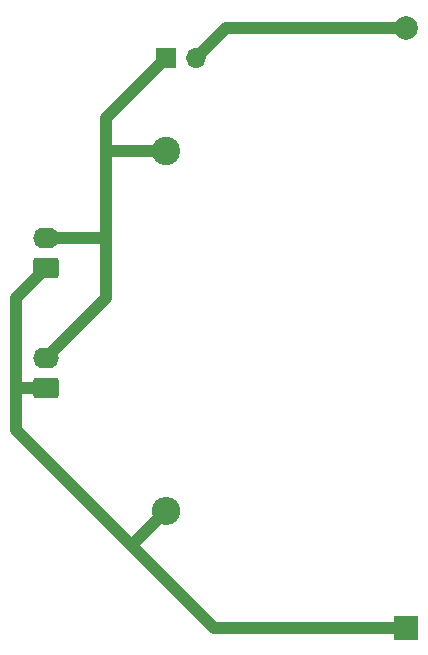
<source format=gbr>
%TF.GenerationSoftware,KiCad,Pcbnew,7.0.1-3b83917a11~172~ubuntu22.04.1*%
%TF.CreationDate,2023-04-12T15:56:53-05:00*%
%TF.ProjectId,load-resistors,6c6f6164-2d72-4657-9369-73746f72732e,rev?*%
%TF.SameCoordinates,Original*%
%TF.FileFunction,Copper,L1,Top*%
%TF.FilePolarity,Positive*%
%FSLAX46Y46*%
G04 Gerber Fmt 4.6, Leading zero omitted, Abs format (unit mm)*
G04 Created by KiCad (PCBNEW 7.0.1-3b83917a11~172~ubuntu22.04.1) date 2023-04-12 15:56:53*
%MOMM*%
%LPD*%
G01*
G04 APERTURE LIST*
G04 Aperture macros list*
%AMRoundRect*
0 Rectangle with rounded corners*
0 $1 Rounding radius*
0 $2 $3 $4 $5 $6 $7 $8 $9 X,Y pos of 4 corners*
0 Add a 4 corners polygon primitive as box body*
4,1,4,$2,$3,$4,$5,$6,$7,$8,$9,$2,$3,0*
0 Add four circle primitives for the rounded corners*
1,1,$1+$1,$2,$3*
1,1,$1+$1,$4,$5*
1,1,$1+$1,$6,$7*
1,1,$1+$1,$8,$9*
0 Add four rect primitives between the rounded corners*
20,1,$1+$1,$2,$3,$4,$5,0*
20,1,$1+$1,$4,$5,$6,$7,0*
20,1,$1+$1,$6,$7,$8,$9,0*
20,1,$1+$1,$8,$9,$2,$3,0*%
G04 Aperture macros list end*
%TA.AperFunction,ComponentPad*%
%ADD10O,1.700000X1.700000*%
%TD*%
%TA.AperFunction,ComponentPad*%
%ADD11R,1.700000X1.700000*%
%TD*%
%TA.AperFunction,ComponentPad*%
%ADD12RoundRect,0.250000X0.845000X-0.620000X0.845000X0.620000X-0.845000X0.620000X-0.845000X-0.620000X0*%
%TD*%
%TA.AperFunction,ComponentPad*%
%ADD13O,2.190000X1.740000*%
%TD*%
%TA.AperFunction,ComponentPad*%
%ADD14R,2.000000X2.000000*%
%TD*%
%TA.AperFunction,ComponentPad*%
%ADD15C,2.000000*%
%TD*%
%TA.AperFunction,ComponentPad*%
%ADD16C,2.400000*%
%TD*%
%TA.AperFunction,ComponentPad*%
%ADD17O,2.400000X2.400000*%
%TD*%
%TA.AperFunction,Conductor*%
%ADD18C,1.016000*%
%TD*%
G04 APERTURE END LIST*
D10*
%TO.P,JP1,2,B*%
%TO.N,Net-(JP1-B)*%
X182880000Y-68580000D03*
D11*
%TO.P,JP1,1,A*%
%TO.N,/a*%
X180340000Y-68580000D03*
%TD*%
D12*
%TO.P,J2,1,Pin_1*%
%TO.N,/b*%
X170180000Y-96520000D03*
D13*
%TO.P,J2,2,Pin_2*%
%TO.N,/a*%
X170180000Y-93980000D03*
%TD*%
D12*
%TO.P,J1,1,Pin_1*%
%TO.N,/b*%
X170180000Y-86360000D03*
D13*
%TO.P,J1,2,Pin_2*%
%TO.N,/a*%
X170180000Y-83820000D03*
%TD*%
D14*
%TO.P,R2,1,1*%
%TO.N,/b*%
X200660000Y-116840000D03*
D15*
%TO.P,R2,2,2*%
%TO.N,Net-(JP1-B)*%
X200660000Y-66040000D03*
%TD*%
D16*
%TO.P,R1,1*%
%TO.N,/a*%
X180340000Y-76449000D03*
D17*
%TO.P,R1,2*%
%TO.N,/b*%
X180340000Y-106929000D03*
%TD*%
D18*
%TO.N,/b*%
X167640000Y-96520000D02*
X167640000Y-88900000D01*
X167640000Y-100076000D02*
X167640000Y-96520000D01*
X167640000Y-96520000D02*
X170180000Y-96520000D01*
X177546000Y-109982000D02*
X167640000Y-100076000D01*
X167640000Y-88900000D02*
X170180000Y-86360000D01*
%TO.N,/a*%
X175260000Y-83820000D02*
X175260000Y-76200000D01*
X175260000Y-88900000D02*
X175260000Y-83820000D01*
X175260000Y-83820000D02*
X170180000Y-83820000D01*
X175260000Y-76200000D02*
X175260000Y-73660000D01*
X175260000Y-76200000D02*
X175509000Y-76449000D01*
X175509000Y-76449000D02*
X180340000Y-76449000D01*
X170180000Y-93980000D02*
X175260000Y-88900000D01*
X175260000Y-73660000D02*
X180340000Y-68580000D01*
%TO.N,/b*%
X184404000Y-116840000D02*
X177546000Y-109982000D01*
X180340000Y-106929000D02*
X177546000Y-109723000D01*
X177546000Y-109723000D02*
X177546000Y-109982000D01*
X200660000Y-116840000D02*
X184404000Y-116840000D01*
%TO.N,Net-(JP1-B)*%
X200660000Y-66040000D02*
X185420000Y-66040000D01*
X185420000Y-66040000D02*
X182880000Y-68580000D01*
%TD*%
M02*

</source>
